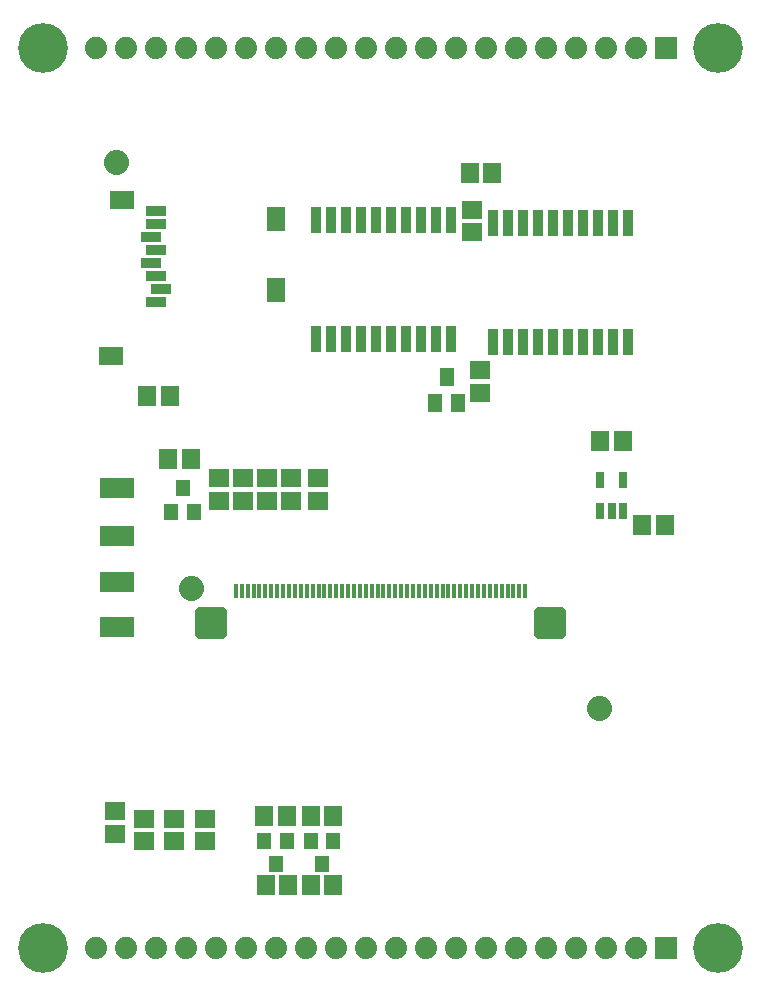
<source format=gbr>
G04 EAGLE Gerber RS-274X export*
G75*
%MOMM*%
%FSLAX34Y34*%
%LPD*%
%INSoldermask Top*%
%IPPOS*%
%AMOC8*
5,1,8,0,0,1.08239X$1,22.5*%
G01*
%ADD10R,1.703200X1.503200*%
%ADD11R,0.863600X2.235200*%
%ADD12R,0.753200X1.403200*%
%ADD13R,1.503200X1.703200*%
%ADD14C,0.806991*%
%ADD15R,0.300000X1.300000*%
%ADD16C,4.219200*%
%ADD17R,1.879600X1.879600*%
%ADD18C,1.879600*%
%ADD19R,2.103200X1.603200*%
%ADD20R,1.603200X2.003200*%
%ADD21R,1.703200X0.903200*%
%ADD22R,1.203200X1.603200*%
%ADD23R,2.921000X1.651000*%
%ADD24R,1.203200X1.403200*%

G36*
X-221728Y274000D02*
X-221728Y274000D01*
X-221685Y274012D01*
X-221619Y274019D01*
X-219936Y274470D01*
X-219895Y274489D01*
X-219832Y274508D01*
X-218252Y275245D01*
X-218215Y275271D01*
X-218156Y275300D01*
X-216728Y276300D01*
X-216697Y276332D01*
X-216644Y276371D01*
X-215411Y277604D01*
X-215386Y277640D01*
X-215340Y277688D01*
X-214340Y279116D01*
X-214322Y279157D01*
X-214285Y279212D01*
X-213548Y280792D01*
X-213537Y280835D01*
X-213510Y280896D01*
X-213059Y282579D01*
X-213057Y282611D01*
X-213050Y282632D01*
X-213050Y282647D01*
X-213040Y282688D01*
X-212888Y284425D01*
X-212892Y284469D01*
X-212888Y284535D01*
X-213040Y286272D01*
X-213052Y286315D01*
X-213059Y286381D01*
X-213510Y288064D01*
X-213529Y288105D01*
X-213548Y288168D01*
X-214285Y289748D01*
X-214311Y289785D01*
X-214340Y289844D01*
X-215340Y291272D01*
X-215372Y291303D01*
X-215411Y291356D01*
X-216644Y292589D01*
X-216680Y292614D01*
X-216728Y292660D01*
X-218156Y293660D01*
X-218197Y293678D01*
X-218252Y293715D01*
X-219832Y294452D01*
X-219875Y294463D01*
X-219936Y294490D01*
X-221619Y294941D01*
X-221664Y294944D01*
X-221728Y294960D01*
X-223465Y295112D01*
X-223509Y295108D01*
X-223575Y295112D01*
X-225312Y294960D01*
X-225355Y294948D01*
X-225421Y294941D01*
X-227104Y294490D01*
X-227145Y294471D01*
X-227208Y294452D01*
X-228788Y293715D01*
X-228825Y293689D01*
X-228884Y293660D01*
X-230312Y292660D01*
X-230343Y292628D01*
X-230396Y292589D01*
X-231629Y291356D01*
X-231654Y291320D01*
X-231700Y291272D01*
X-232700Y289844D01*
X-232718Y289803D01*
X-232755Y289748D01*
X-233492Y288168D01*
X-233503Y288125D01*
X-233530Y288064D01*
X-233981Y286381D01*
X-233984Y286336D01*
X-234000Y286272D01*
X-234152Y284535D01*
X-234148Y284491D01*
X-234152Y284425D01*
X-234000Y282688D01*
X-233988Y282645D01*
X-233984Y282611D01*
X-233984Y282595D01*
X-233982Y282590D01*
X-233981Y282579D01*
X-233530Y280896D01*
X-233511Y280855D01*
X-233492Y280792D01*
X-232755Y279212D01*
X-232729Y279175D01*
X-232700Y279116D01*
X-231700Y277688D01*
X-231668Y277657D01*
X-231629Y277604D01*
X-230396Y276371D01*
X-230360Y276346D01*
X-230312Y276300D01*
X-228884Y275300D01*
X-228843Y275282D01*
X-228788Y275245D01*
X-227208Y274508D01*
X-227165Y274497D01*
X-227104Y274470D01*
X-225421Y274019D01*
X-225376Y274016D01*
X-225312Y274000D01*
X-223575Y273848D01*
X-223531Y273852D01*
X-223465Y273848D01*
X-221728Y274000D01*
G37*
G36*
X-158228Y-86680D02*
X-158228Y-86680D01*
X-158185Y-86668D01*
X-158119Y-86661D01*
X-156436Y-86210D01*
X-156395Y-86191D01*
X-156332Y-86172D01*
X-154752Y-85435D01*
X-154715Y-85409D01*
X-154656Y-85380D01*
X-153228Y-84380D01*
X-153197Y-84348D01*
X-153144Y-84309D01*
X-151911Y-83076D01*
X-151886Y-83040D01*
X-151840Y-82992D01*
X-150840Y-81564D01*
X-150822Y-81523D01*
X-150785Y-81468D01*
X-150048Y-79888D01*
X-150037Y-79845D01*
X-150010Y-79784D01*
X-149559Y-78101D01*
X-149557Y-78069D01*
X-149550Y-78048D01*
X-149550Y-78033D01*
X-149540Y-77992D01*
X-149388Y-76255D01*
X-149392Y-76211D01*
X-149388Y-76145D01*
X-149540Y-74408D01*
X-149552Y-74365D01*
X-149559Y-74299D01*
X-150010Y-72616D01*
X-150029Y-72575D01*
X-150048Y-72512D01*
X-150785Y-70932D01*
X-150811Y-70895D01*
X-150840Y-70836D01*
X-151840Y-69408D01*
X-151872Y-69377D01*
X-151911Y-69324D01*
X-153144Y-68091D01*
X-153180Y-68066D01*
X-153228Y-68020D01*
X-154656Y-67020D01*
X-154697Y-67002D01*
X-154752Y-66965D01*
X-156332Y-66228D01*
X-156375Y-66217D01*
X-156436Y-66190D01*
X-158119Y-65739D01*
X-158164Y-65736D01*
X-158228Y-65720D01*
X-159965Y-65568D01*
X-160009Y-65572D01*
X-160075Y-65568D01*
X-161812Y-65720D01*
X-161855Y-65732D01*
X-161921Y-65739D01*
X-163604Y-66190D01*
X-163645Y-66209D01*
X-163708Y-66228D01*
X-165288Y-66965D01*
X-165325Y-66991D01*
X-165384Y-67020D01*
X-166812Y-68020D01*
X-166843Y-68052D01*
X-166896Y-68091D01*
X-168129Y-69324D01*
X-168154Y-69360D01*
X-168200Y-69408D01*
X-169200Y-70836D01*
X-169218Y-70877D01*
X-169255Y-70932D01*
X-169992Y-72512D01*
X-170003Y-72555D01*
X-170030Y-72616D01*
X-170481Y-74299D01*
X-170484Y-74344D01*
X-170500Y-74408D01*
X-170652Y-76145D01*
X-170648Y-76189D01*
X-170652Y-76255D01*
X-170500Y-77992D01*
X-170488Y-78035D01*
X-170484Y-78069D01*
X-170484Y-78085D01*
X-170482Y-78090D01*
X-170481Y-78101D01*
X-170030Y-79784D01*
X-170011Y-79825D01*
X-169992Y-79888D01*
X-169255Y-81468D01*
X-169229Y-81505D01*
X-169200Y-81564D01*
X-168200Y-82992D01*
X-168168Y-83023D01*
X-168129Y-83076D01*
X-166896Y-84309D01*
X-166860Y-84334D01*
X-166812Y-84380D01*
X-165384Y-85380D01*
X-165343Y-85398D01*
X-165288Y-85435D01*
X-163708Y-86172D01*
X-163665Y-86183D01*
X-163604Y-86210D01*
X-161921Y-86661D01*
X-161876Y-86664D01*
X-161812Y-86680D01*
X-160075Y-86832D01*
X-160031Y-86828D01*
X-159965Y-86832D01*
X-158228Y-86680D01*
G37*
G36*
X187212Y-188280D02*
X187212Y-188280D01*
X187255Y-188268D01*
X187321Y-188261D01*
X189004Y-187810D01*
X189045Y-187791D01*
X189108Y-187772D01*
X190688Y-187035D01*
X190725Y-187009D01*
X190784Y-186980D01*
X192212Y-185980D01*
X192243Y-185948D01*
X192296Y-185909D01*
X193529Y-184676D01*
X193554Y-184640D01*
X193600Y-184592D01*
X194600Y-183164D01*
X194618Y-183123D01*
X194655Y-183068D01*
X195392Y-181488D01*
X195403Y-181445D01*
X195430Y-181384D01*
X195881Y-179701D01*
X195883Y-179669D01*
X195890Y-179648D01*
X195890Y-179633D01*
X195900Y-179592D01*
X196052Y-177855D01*
X196048Y-177811D01*
X196052Y-177745D01*
X195900Y-176008D01*
X195888Y-175965D01*
X195881Y-175899D01*
X195430Y-174216D01*
X195411Y-174175D01*
X195392Y-174112D01*
X194655Y-172532D01*
X194629Y-172495D01*
X194600Y-172436D01*
X193600Y-171008D01*
X193568Y-170977D01*
X193529Y-170924D01*
X192296Y-169691D01*
X192260Y-169666D01*
X192212Y-169620D01*
X190784Y-168620D01*
X190743Y-168602D01*
X190688Y-168565D01*
X189108Y-167828D01*
X189065Y-167817D01*
X189004Y-167790D01*
X187321Y-167339D01*
X187276Y-167336D01*
X187212Y-167320D01*
X185475Y-167168D01*
X185431Y-167172D01*
X185365Y-167168D01*
X183628Y-167320D01*
X183585Y-167332D01*
X183519Y-167339D01*
X181836Y-167790D01*
X181795Y-167809D01*
X181732Y-167828D01*
X180152Y-168565D01*
X180115Y-168591D01*
X180056Y-168620D01*
X178628Y-169620D01*
X178597Y-169652D01*
X178544Y-169691D01*
X177311Y-170924D01*
X177286Y-170960D01*
X177240Y-171008D01*
X176240Y-172436D01*
X176222Y-172477D01*
X176185Y-172532D01*
X175448Y-174112D01*
X175437Y-174155D01*
X175410Y-174216D01*
X174959Y-175899D01*
X174956Y-175944D01*
X174940Y-176008D01*
X174788Y-177745D01*
X174792Y-177789D01*
X174788Y-177855D01*
X174940Y-179592D01*
X174952Y-179635D01*
X174956Y-179669D01*
X174956Y-179685D01*
X174958Y-179690D01*
X174959Y-179701D01*
X175410Y-181384D01*
X175429Y-181425D01*
X175448Y-181488D01*
X176185Y-183068D01*
X176211Y-183105D01*
X176240Y-183164D01*
X177240Y-184592D01*
X177272Y-184623D01*
X177311Y-184676D01*
X178544Y-185909D01*
X178580Y-185934D01*
X178628Y-185980D01*
X180056Y-186980D01*
X180097Y-186998D01*
X180152Y-187035D01*
X181732Y-187772D01*
X181775Y-187783D01*
X181836Y-187810D01*
X183519Y-188261D01*
X183564Y-188264D01*
X183628Y-188280D01*
X185365Y-188432D01*
X185409Y-188428D01*
X185475Y-188432D01*
X187212Y-188280D01*
G37*
D10*
X-137160Y17120D03*
X-137160Y-1880D03*
X-116840Y17120D03*
X-116840Y-1880D03*
X-96520Y17120D03*
X-96520Y-1880D03*
X-76200Y17120D03*
X-76200Y-1880D03*
D11*
X59690Y235712D03*
X46990Y235712D03*
X34290Y235712D03*
X21590Y235712D03*
X8890Y235712D03*
X-3810Y235712D03*
X-16510Y235712D03*
X-29210Y235712D03*
X-29210Y135128D03*
X-16510Y135128D03*
X-3810Y135128D03*
X8890Y135128D03*
X21590Y135128D03*
X34290Y135128D03*
X46990Y135128D03*
X59690Y135128D03*
X-41910Y235712D03*
X-54610Y235712D03*
X-41910Y135128D03*
X-54610Y135128D03*
X209550Y233172D03*
X196850Y233172D03*
X184150Y233172D03*
X171450Y233172D03*
X158750Y233172D03*
X146050Y233172D03*
X133350Y233172D03*
X120650Y233172D03*
X120650Y132588D03*
X133350Y132588D03*
X146050Y132588D03*
X158750Y132588D03*
X171450Y132588D03*
X184150Y132588D03*
X196850Y132588D03*
X209550Y132588D03*
X107950Y233172D03*
X95250Y233172D03*
X107950Y132588D03*
X95250Y132588D03*
D12*
X186080Y-10460D03*
X195580Y-10460D03*
X205080Y-10460D03*
X205080Y15540D03*
X186080Y15540D03*
D13*
X186080Y48260D03*
X205080Y48260D03*
D10*
X-53340Y17120D03*
X-53340Y-1880D03*
D13*
X-178460Y86360D03*
X-197460Y86360D03*
X221640Y-22860D03*
X240640Y-22860D03*
D14*
X-134519Y-114481D02*
X-152481Y-114481D01*
X-152481Y-96519D01*
X-134519Y-96519D01*
X-134519Y-114481D01*
X-134519Y-106815D02*
X-152481Y-106815D01*
X-152481Y-99149D02*
X-134519Y-99149D01*
X134519Y-114481D02*
X152481Y-114481D01*
X134519Y-114481D02*
X134519Y-96519D01*
X152481Y-96519D01*
X152481Y-114481D01*
X152481Y-106815D02*
X134519Y-106815D01*
X134519Y-99149D02*
X152481Y-99149D01*
D15*
X122500Y-78600D03*
X117500Y-78600D03*
X112500Y-78600D03*
X102500Y-78600D03*
X107500Y-78600D03*
X97500Y-78600D03*
X92500Y-78600D03*
X87500Y-78600D03*
X82500Y-78600D03*
X72500Y-78600D03*
X77500Y-78600D03*
X67500Y-78600D03*
X62500Y-78600D03*
X57500Y-78600D03*
X52500Y-78600D03*
X42500Y-78600D03*
X47500Y-78600D03*
X37500Y-78600D03*
X32500Y-78600D03*
X27500Y-78600D03*
X22500Y-78600D03*
X12500Y-78600D03*
X17500Y-78600D03*
X7500Y-78600D03*
X2500Y-78600D03*
X-2500Y-78600D03*
X-7500Y-78600D03*
X-17500Y-78600D03*
X-12500Y-78600D03*
X-22500Y-78600D03*
X-27500Y-78600D03*
X-32500Y-78600D03*
X-37500Y-78600D03*
X-47500Y-78600D03*
X-42500Y-78600D03*
X-52500Y-78600D03*
X-57500Y-78600D03*
X-62500Y-78600D03*
X-67500Y-78600D03*
X-77500Y-78600D03*
X-72500Y-78600D03*
X-82500Y-78600D03*
X-87500Y-78600D03*
X-92500Y-78600D03*
X-97500Y-78600D03*
X-107500Y-78600D03*
X-102500Y-78600D03*
X-112500Y-78600D03*
X-117500Y-78600D03*
X-122500Y-78600D03*
D16*
X-285750Y-381000D03*
X285750Y-381000D03*
X-285750Y381000D03*
X285750Y381000D03*
D17*
X241300Y-381000D03*
D18*
X215900Y-381000D03*
X190500Y-381000D03*
X165100Y-381000D03*
X139700Y-381000D03*
X114300Y-381000D03*
X88900Y-381000D03*
X63500Y-381000D03*
X38100Y-381000D03*
X12700Y-381000D03*
X-12700Y-381000D03*
X-38100Y-381000D03*
X-63500Y-381000D03*
X-88900Y-381000D03*
X-114300Y-381000D03*
X-139700Y-381000D03*
X-165100Y-381000D03*
X-190500Y-381000D03*
X-215900Y-381000D03*
X-241300Y-381000D03*
D19*
X-219220Y252540D03*
X-228220Y120540D03*
D20*
X-88220Y236540D03*
X-88220Y176540D03*
D21*
X-190220Y243540D03*
X-190220Y232540D03*
X-194220Y221540D03*
X-190220Y210540D03*
X-194220Y199540D03*
X-190220Y188540D03*
X-186220Y177540D03*
X-190220Y166540D03*
D17*
X241300Y381000D03*
D18*
X215900Y381000D03*
X190500Y381000D03*
X165100Y381000D03*
X139700Y381000D03*
X114300Y381000D03*
X88900Y381000D03*
X63500Y381000D03*
X38100Y381000D03*
X12700Y381000D03*
X-12700Y381000D03*
X-38100Y381000D03*
X-63500Y381000D03*
X-88900Y381000D03*
X-114300Y381000D03*
X-139700Y381000D03*
X-165100Y381000D03*
X-190500Y381000D03*
X-215900Y381000D03*
X-241300Y381000D03*
D22*
X55880Y102440D03*
X65380Y80440D03*
X46380Y80440D03*
D10*
X83820Y89560D03*
X83820Y108560D03*
D13*
X75590Y275590D03*
X94590Y275590D03*
D23*
X-223520Y-109220D03*
X-223520Y-71120D03*
X-223520Y-31750D03*
X-223520Y8890D03*
D10*
X-224790Y-283820D03*
X-224790Y-264820D03*
X-200660Y-290170D03*
X-200660Y-271170D03*
X-148590Y-271170D03*
X-148590Y-290170D03*
X-175260Y-271170D03*
X-175260Y-290170D03*
X77470Y244450D03*
X77470Y225450D03*
D13*
X-97130Y-327660D03*
X-78130Y-327660D03*
X-40030Y-327660D03*
X-59030Y-327660D03*
X-40030Y-269240D03*
X-59030Y-269240D03*
X-98400Y-269240D03*
X-79400Y-269240D03*
D24*
X-88900Y-309720D03*
X-98400Y-289720D03*
X-79400Y-289720D03*
X-49530Y-309720D03*
X-59030Y-289720D03*
X-40030Y-289720D03*
X-167640Y8730D03*
X-158140Y-11270D03*
X-177140Y-11270D03*
D13*
X-160680Y33020D03*
X-179680Y33020D03*
M02*

</source>
